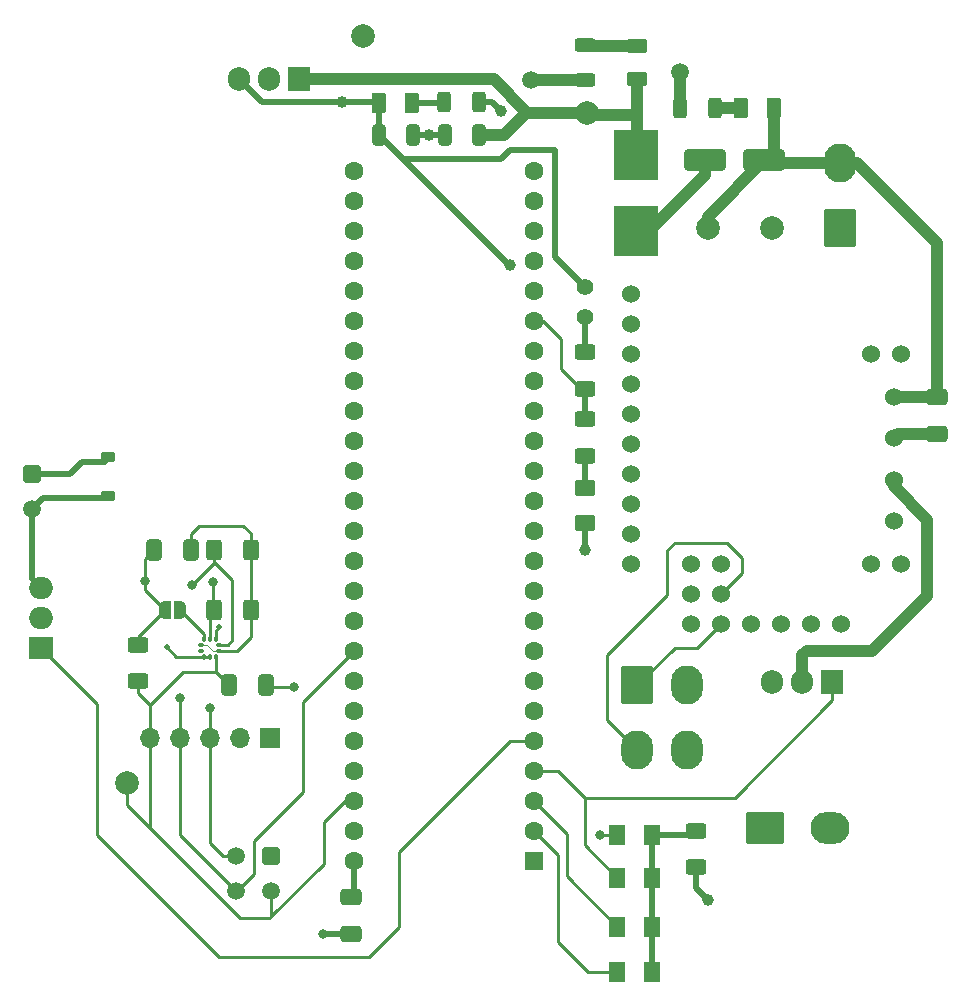
<source format=gbr>
%TF.GenerationSoftware,KiCad,Pcbnew,7.0.6*%
%TF.CreationDate,2024-03-14T18:06:26+11:00*%
%TF.ProjectId,Rocketry_Payload_Main_DDR_Spec_V2,526f636b-6574-4727-995f-5061796c6f61,rev?*%
%TF.SameCoordinates,Original*%
%TF.FileFunction,Copper,L1,Top*%
%TF.FilePolarity,Positive*%
%FSLAX46Y46*%
G04 Gerber Fmt 4.6, Leading zero omitted, Abs format (unit mm)*
G04 Created by KiCad (PCBNEW 7.0.6) date 2024-03-14 18:06:26*
%MOMM*%
%LPD*%
G01*
G04 APERTURE LIST*
G04 Aperture macros list*
%AMRoundRect*
0 Rectangle with rounded corners*
0 $1 Rounding radius*
0 $2 $3 $4 $5 $6 $7 $8 $9 X,Y pos of 4 corners*
0 Add a 4 corners polygon primitive as box body*
4,1,4,$2,$3,$4,$5,$6,$7,$8,$9,$2,$3,0*
0 Add four circle primitives for the rounded corners*
1,1,$1+$1,$2,$3*
1,1,$1+$1,$4,$5*
1,1,$1+$1,$6,$7*
1,1,$1+$1,$8,$9*
0 Add four rect primitives between the rounded corners*
20,1,$1+$1,$2,$3,$4,$5,0*
20,1,$1+$1,$4,$5,$6,$7,0*
20,1,$1+$1,$6,$7,$8,$9,0*
20,1,$1+$1,$8,$9,$2,$3,0*%
%AMFreePoly0*
4,1,19,0.500000,-0.750000,0.000000,-0.750000,0.000000,-0.744911,-0.071157,-0.744911,-0.207708,-0.704816,-0.327430,-0.627875,-0.420627,-0.520320,-0.479746,-0.390866,-0.500000,-0.250000,-0.500000,0.250000,-0.479746,0.390866,-0.420627,0.520320,-0.327430,0.627875,-0.207708,0.704816,-0.071157,0.744911,0.000000,0.744911,0.000000,0.750000,0.500000,0.750000,0.500000,-0.750000,0.500000,-0.750000,
$1*%
%AMFreePoly1*
4,1,19,0.000000,0.744911,0.071157,0.744911,0.207708,0.704816,0.327430,0.627875,0.420627,0.520320,0.479746,0.390866,0.500000,0.250000,0.500000,-0.250000,0.479746,-0.390866,0.420627,-0.520320,0.327430,-0.627875,0.207708,-0.704816,0.071157,-0.744911,0.000000,-0.744911,0.000000,-0.750000,-0.500000,-0.750000,-0.500000,0.750000,0.000000,0.750000,0.000000,0.744911,0.000000,0.744911,
$1*%
G04 Aperture macros list end*
%TA.AperFunction,SMDPad,CuDef*%
%ADD10RoundRect,0.225000X0.375000X-0.225000X0.375000X0.225000X-0.375000X0.225000X-0.375000X-0.225000X0*%
%TD*%
%TA.AperFunction,ComponentPad*%
%ADD11R,1.600000X1.600000*%
%TD*%
%TA.AperFunction,ComponentPad*%
%ADD12C,1.600000*%
%TD*%
%TA.AperFunction,SMDPad,CuDef*%
%ADD13RoundRect,0.250001X0.462499X0.624999X-0.462499X0.624999X-0.462499X-0.624999X0.462499X-0.624999X0*%
%TD*%
%TA.AperFunction,ComponentPad*%
%ADD14C,2.000000*%
%TD*%
%TA.AperFunction,SMDPad,CuDef*%
%ADD15RoundRect,0.250000X-0.325000X-0.650000X0.325000X-0.650000X0.325000X0.650000X-0.325000X0.650000X0*%
%TD*%
%TA.AperFunction,ComponentPad*%
%ADD16RoundRect,0.250001X-0.499999X-0.499999X0.499999X-0.499999X0.499999X0.499999X-0.499999X0.499999X0*%
%TD*%
%TA.AperFunction,ComponentPad*%
%ADD17C,1.500000*%
%TD*%
%TA.AperFunction,SMDPad,CuDef*%
%ADD18RoundRect,0.250000X0.312500X0.625000X-0.312500X0.625000X-0.312500X-0.625000X0.312500X-0.625000X0*%
%TD*%
%TA.AperFunction,SMDPad,CuDef*%
%ADD19RoundRect,0.250000X-0.412500X-0.650000X0.412500X-0.650000X0.412500X0.650000X-0.412500X0.650000X0*%
%TD*%
%TA.AperFunction,SMDPad,CuDef*%
%ADD20FreePoly0,180.000000*%
%TD*%
%TA.AperFunction,SMDPad,CuDef*%
%ADD21FreePoly1,180.000000*%
%TD*%
%TA.AperFunction,ComponentPad*%
%ADD22C,1.400000*%
%TD*%
%TA.AperFunction,ComponentPad*%
%ADD23RoundRect,0.250001X-1.099999X-1.399999X1.099999X-1.399999X1.099999X1.399999X-1.099999X1.399999X0*%
%TD*%
%TA.AperFunction,ComponentPad*%
%ADD24O,2.700000X3.300000*%
%TD*%
%TA.AperFunction,ComponentPad*%
%ADD25R,1.905000X2.000000*%
%TD*%
%TA.AperFunction,ComponentPad*%
%ADD26O,1.905000X2.000000*%
%TD*%
%TA.AperFunction,SMDPad,CuDef*%
%ADD27RoundRect,0.250000X-0.400000X-0.625000X0.400000X-0.625000X0.400000X0.625000X-0.400000X0.625000X0*%
%TD*%
%TA.AperFunction,SMDPad,CuDef*%
%ADD28RoundRect,0.250000X-0.312500X-0.625000X0.312500X-0.625000X0.312500X0.625000X-0.312500X0.625000X0*%
%TD*%
%TA.AperFunction,ComponentPad*%
%ADD29RoundRect,0.250001X-0.499999X0.499999X-0.499999X-0.499999X0.499999X-0.499999X0.499999X0.499999X0*%
%TD*%
%TA.AperFunction,SMDPad,CuDef*%
%ADD30RoundRect,0.250000X-0.625000X0.400000X-0.625000X-0.400000X0.625000X-0.400000X0.625000X0.400000X0*%
%TD*%
%TA.AperFunction,SMDPad,CuDef*%
%ADD31RoundRect,0.250000X0.375000X0.625000X-0.375000X0.625000X-0.375000X-0.625000X0.375000X-0.625000X0*%
%TD*%
%TA.AperFunction,SMDPad,CuDef*%
%ADD32RoundRect,0.250000X-0.625000X0.312500X-0.625000X-0.312500X0.625000X-0.312500X0.625000X0.312500X0*%
%TD*%
%TA.AperFunction,SMDPad,CuDef*%
%ADD33RoundRect,0.250000X-0.650000X0.412500X-0.650000X-0.412500X0.650000X-0.412500X0.650000X0.412500X0*%
%TD*%
%TA.AperFunction,ComponentPad*%
%ADD34RoundRect,0.250001X1.099999X1.399999X-1.099999X1.399999X-1.099999X-1.399999X1.099999X-1.399999X0*%
%TD*%
%TA.AperFunction,SMDPad,CuDef*%
%ADD35RoundRect,0.250000X0.625000X-0.400000X0.625000X0.400000X-0.625000X0.400000X-0.625000X-0.400000X0*%
%TD*%
%TA.AperFunction,SMDPad,CuDef*%
%ADD36RoundRect,0.250001X0.624999X-0.462499X0.624999X0.462499X-0.624999X0.462499X-0.624999X-0.462499X0*%
%TD*%
%TA.AperFunction,SMDPad,CuDef*%
%ADD37RoundRect,0.250000X0.325000X0.650000X-0.325000X0.650000X-0.325000X-0.650000X0.325000X-0.650000X0*%
%TD*%
%TA.AperFunction,SMDPad,CuDef*%
%ADD38RoundRect,0.087500X0.125000X0.087500X-0.125000X0.087500X-0.125000X-0.087500X0.125000X-0.087500X0*%
%TD*%
%TA.AperFunction,SMDPad,CuDef*%
%ADD39RoundRect,0.087500X0.087500X0.125000X-0.087500X0.125000X-0.087500X-0.125000X0.087500X-0.125000X0*%
%TD*%
%TA.AperFunction,ComponentPad*%
%ADD40RoundRect,0.250001X1.399999X-1.099999X1.399999X1.099999X-1.399999X1.099999X-1.399999X-1.099999X0*%
%TD*%
%TA.AperFunction,ComponentPad*%
%ADD41O,3.300000X2.700000*%
%TD*%
%TA.AperFunction,SMDPad,CuDef*%
%ADD42RoundRect,0.250000X-1.500000X-0.650000X1.500000X-0.650000X1.500000X0.650000X-1.500000X0.650000X0*%
%TD*%
%TA.AperFunction,ComponentPad*%
%ADD43R,1.700000X1.700000*%
%TD*%
%TA.AperFunction,ComponentPad*%
%ADD44O,1.700000X1.700000*%
%TD*%
%TA.AperFunction,SMDPad,CuDef*%
%ADD45RoundRect,0.250000X-0.625000X0.375000X-0.625000X-0.375000X0.625000X-0.375000X0.625000X0.375000X0*%
%TD*%
%TA.AperFunction,ComponentPad*%
%ADD46C,1.524000*%
%TD*%
%TA.AperFunction,SMDPad,CuDef*%
%ADD47RoundRect,0.250000X-0.375000X-0.625000X0.375000X-0.625000X0.375000X0.625000X-0.375000X0.625000X0*%
%TD*%
%TA.AperFunction,SMDPad,CuDef*%
%ADD48R,3.810000X4.240000*%
%TD*%
%TA.AperFunction,ComponentPad*%
%ADD49R,2.000000X1.905000*%
%TD*%
%TA.AperFunction,ComponentPad*%
%ADD50O,2.000000X1.905000*%
%TD*%
%TA.AperFunction,ViaPad*%
%ADD51C,1.000000*%
%TD*%
%TA.AperFunction,ViaPad*%
%ADD52C,0.500000*%
%TD*%
%TA.AperFunction,ViaPad*%
%ADD53C,0.800000*%
%TD*%
%TA.AperFunction,ViaPad*%
%ADD54C,1.500000*%
%TD*%
%TA.AperFunction,Conductor*%
%ADD55C,0.250000*%
%TD*%
%TA.AperFunction,Conductor*%
%ADD56C,1.000000*%
%TD*%
%TA.AperFunction,Conductor*%
%ADD57C,0.500000*%
%TD*%
%TA.AperFunction,Conductor*%
%ADD58C,0.100000*%
%TD*%
G04 APERTURE END LIST*
D10*
%TO.P,D5,1,K*%
%TO.N,Net-(D5-K)*%
X117094000Y-92582000D03*
%TO.P,D5,2,A*%
%TO.N,GND*%
X117094000Y-89282000D03*
%TD*%
D11*
%TO.P,U2,1,GND*%
%TO.N,GND*%
X153162000Y-123444000D03*
D12*
%TO.P,U2,2,0_RX1_CRX2_CS1*%
%TO.N,/0*%
X153162000Y-120904000D03*
%TO.P,U2,3,1_TX1_CTX2_MISO1*%
%TO.N,/1*%
X153162000Y-118364000D03*
%TO.P,U2,4,2_OUT2*%
%TO.N,/2*%
X153162000Y-115824000D03*
%TO.P,U2,5,3_LRCLK2*%
%TO.N,/3*%
X153162000Y-113284000D03*
%TO.P,U2,6,4_BCLK2*%
%TO.N,unconnected-(U2-4_BCLK2-Pad6)*%
X153162000Y-110744000D03*
%TO.P,U2,7,5_IN2*%
%TO.N,unconnected-(U2-5_IN2-Pad7)*%
X153162000Y-108204000D03*
%TO.P,U2,8,6_OUT1D*%
%TO.N,unconnected-(U2-6_OUT1D-Pad8)*%
X153162000Y-105664000D03*
%TO.P,U2,9,7_RX2_OUT1A*%
%TO.N,unconnected-(U2-7_RX2_OUT1A-Pad9)*%
X153162000Y-103124000D03*
%TO.P,U2,10,8_TX2_IN1*%
%TO.N,unconnected-(U2-8_TX2_IN1-Pad10)*%
X153162000Y-100584000D03*
%TO.P,U2,11,9_OUT1C*%
%TO.N,unconnected-(U2-9_OUT1C-Pad11)*%
X153162000Y-98044000D03*
%TO.P,U2,12,10_CS_MQSR*%
%TO.N,unconnected-(U2-10_CS_MQSR-Pad12)*%
X153162000Y-95504000D03*
%TO.P,U2,13,11_MOSI_CTX1*%
%TO.N,unconnected-(U2-11_MOSI_CTX1-Pad13)*%
X153162000Y-92964000D03*
%TO.P,U2,14,12_MISO_MQSL*%
%TO.N,unconnected-(U2-12_MISO_MQSL-Pad14)*%
X153162000Y-90424000D03*
%TO.P,U2,15,3V3*%
%TO.N,unconnected-(U2-3V3-Pad15)*%
X153162000Y-87884000D03*
%TO.P,U2,16,24_A10_TX6_SCL2*%
%TO.N,/SCL2*%
X153162000Y-85344000D03*
%TO.P,U2,17,25_A11_RX6_SDA2*%
%TO.N,/SDA2*%
X153162000Y-82804000D03*
%TO.P,U2,18,26_A12_MOSI1*%
%TO.N,unconnected-(U2-26_A12_MOSI1-Pad18)*%
X153162000Y-80264000D03*
%TO.P,U2,19,27_A13_SCK1*%
%TO.N,/Test_Pin*%
X153162000Y-77724000D03*
%TO.P,U2,20,28_RX7*%
%TO.N,unconnected-(U2-28_RX7-Pad20)*%
X153162000Y-75184000D03*
%TO.P,U2,21,29_TX7*%
%TO.N,unconnected-(U2-29_TX7-Pad21)*%
X153162000Y-72644000D03*
%TO.P,U2,22,30_CRX3*%
%TO.N,unconnected-(U2-30_CRX3-Pad22)*%
X153162000Y-70104000D03*
%TO.P,U2,23,31_CTX3*%
%TO.N,unconnected-(U2-31_CTX3-Pad23)*%
X153162000Y-67564000D03*
%TO.P,U2,24,32_OUT1B*%
%TO.N,unconnected-(U2-32_OUT1B-Pad24)*%
X153162000Y-65024000D03*
%TO.P,U2,25,33_MCLK2*%
%TO.N,unconnected-(U2-33_MCLK2-Pad25)*%
X137922000Y-65024000D03*
%TO.P,U2,26,34_RX8*%
%TO.N,unconnected-(U2-34_RX8-Pad26)*%
X137922000Y-67564000D03*
%TO.P,U2,27,35_TX8*%
%TO.N,unconnected-(U2-35_TX8-Pad27)*%
X137922000Y-70104000D03*
%TO.P,U2,28,36_CS*%
%TO.N,unconnected-(U2-36_CS-Pad28)*%
X137922000Y-72644000D03*
%TO.P,U2,29,37_CS*%
%TO.N,unconnected-(U2-37_CS-Pad29)*%
X137922000Y-75184000D03*
%TO.P,U2,30,38_CS1_IN1*%
%TO.N,unconnected-(U2-38_CS1_IN1-Pad30)*%
X137922000Y-77724000D03*
%TO.P,U2,31,39_MISO1_OUT1A*%
%TO.N,unconnected-(U2-39_MISO1_OUT1A-Pad31)*%
X137922000Y-80264000D03*
%TO.P,U2,32,40_A16*%
%TO.N,unconnected-(U2-40_A16-Pad32)*%
X137922000Y-82804000D03*
%TO.P,U2,33,41_A17*%
%TO.N,unconnected-(U2-41_A17-Pad33)*%
X137922000Y-85344000D03*
%TO.P,U2,34,GND*%
%TO.N,GND*%
X137922000Y-87884000D03*
%TO.P,U2,35,13_SCK_LED*%
%TO.N,unconnected-(U2-13_SCK_LED-Pad35)*%
X137922000Y-90424000D03*
%TO.P,U2,36,14_A0_TX3_SPDIF_OUT*%
%TO.N,unconnected-(U2-14_A0_TX3_SPDIF_OUT-Pad36)*%
X137922000Y-92964000D03*
%TO.P,U2,37,15_A1_RX3_SPDIF_IN*%
%TO.N,unconnected-(U2-15_A1_RX3_SPDIF_IN-Pad37)*%
X137922000Y-95504000D03*
%TO.P,U2,38,16_A2_RX4_SCL1*%
%TO.N,unconnected-(U2-16_A2_RX4_SCL1-Pad38)*%
X137922000Y-98044000D03*
%TO.P,U2,39,17_A3_TX4_SDA1*%
%TO.N,unconnected-(U2-17_A3_TX4_SDA1-Pad39)*%
X137922000Y-100584000D03*
%TO.P,U2,40,18_A4_SDA*%
%TO.N,/SDI{slash}SDA*%
X137922000Y-103124000D03*
%TO.P,U2,41,19_A5_SCL*%
%TO.N,/SCK{slash}SCL*%
X137922000Y-105664000D03*
%TO.P,U2,42,20_A6_TX5_LRCLK1*%
%TO.N,unconnected-(U2-20_A6_TX5_LRCLK1-Pad42)*%
X137922000Y-108204000D03*
%TO.P,U2,43,21_A7_RX5_BCLK1*%
%TO.N,unconnected-(U2-21_A7_RX5_BCLK1-Pad43)*%
X137922000Y-110744000D03*
%TO.P,U2,44,22_A8_CTX1*%
%TO.N,unconnected-(U2-22_A8_CTX1-Pad44)*%
X137922000Y-113284000D03*
%TO.P,U2,45,23_A9_CRX1_MCLK1*%
%TO.N,unconnected-(U2-23_A9_CRX1_MCLK1-Pad45)*%
X137922000Y-115824000D03*
%TO.P,U2,46,3V3*%
%TO.N,/3.3V*%
X137922000Y-118364000D03*
%TO.P,U2,47,GND*%
%TO.N,GND*%
X137922000Y-120904000D03*
%TO.P,U2,48,VIN*%
%TO.N,5V*%
X137922000Y-123444000D03*
%TD*%
D13*
%TO.P,D1,1,K*%
%TO.N,Net-(D1-K)*%
X163195000Y-132842000D03*
%TO.P,D1,2,A*%
%TO.N,/0*%
X160220000Y-132842000D03*
%TD*%
D14*
%TO.P,TP4,1,1*%
%TO.N,12V_RAW*%
X167894000Y-69850000D03*
%TD*%
%TO.P,TP3,1,1*%
%TO.N,GND*%
X173355000Y-69850000D03*
%TD*%
D15*
%TO.P,C5,1*%
%TO.N,5V*%
X140003000Y-61976000D03*
%TO.P,C5,2*%
%TO.N,GND*%
X142953000Y-61976000D03*
%TD*%
D14*
%TO.P,TP6,1,1*%
%TO.N,5V*%
X138684000Y-53594000D03*
%TD*%
D16*
%TO.P,J1,1,Pin_1*%
%TO.N,GND*%
X110665000Y-90675000D03*
D17*
%TO.P,J1,2,Pin_2*%
%TO.N,Net-(D5-K)*%
X110665000Y-93675000D03*
%TD*%
D18*
%TO.P,R6,1*%
%TO.N,Net-(D7-K)*%
X168467500Y-59690000D03*
%TO.P,R6,2*%
%TO.N,GND*%
X165542500Y-59690000D03*
%TD*%
D13*
%TO.P,D2,1,K*%
%TO.N,Net-(D1-K)*%
X163195000Y-129032000D03*
%TO.P,D2,2,A*%
%TO.N,/1*%
X160220000Y-129032000D03*
%TD*%
D19*
%TO.P,C2,1*%
%TO.N,GND*%
X120992500Y-97104500D03*
%TO.P,C2,2*%
%TO.N,/VDDIO*%
X124117500Y-97104500D03*
%TD*%
D20*
%TO.P,SJ1,1,1*%
%TO.N,Net-(IC1-SDO)*%
X123190000Y-102235000D03*
D21*
%TO.P,SJ1,2,2*%
%TO.N,GND*%
X121890000Y-102235000D03*
%TD*%
D22*
%TO.P,SJ2,1,1*%
%TO.N,Net-(R4-Pad1)*%
X157480000Y-77450000D03*
%TO.P,SJ2,2,2*%
%TO.N,5V*%
X157480000Y-74910000D03*
%TD*%
D23*
%TO.P,J2,1,1*%
%TO.N,Net-(U5-POT)*%
X161925000Y-108585000D03*
D24*
%TO.P,J2,2,2*%
%TO.N,Net-(U5-FBA)*%
X166125000Y-108585000D03*
%TO.P,J2,3,3*%
%TO.N,Net-(U5-AUX)*%
X161925000Y-114085000D03*
%TO.P,J2,4,4*%
%TO.N,unconnected-(J2-Pad4)*%
X166125000Y-114085000D03*
%TD*%
D25*
%TO.P,U7,1,VI*%
%TO.N,12V_PROT*%
X133273800Y-57271800D03*
D26*
%TO.P,U7,2,GND*%
%TO.N,GND*%
X130733800Y-57271800D03*
%TO.P,U7,3,VO*%
%TO.N,5V*%
X128193800Y-57271800D03*
%TD*%
D19*
%TO.P,C1,1*%
%TO.N,/3.3V*%
X127342500Y-108585000D03*
%TO.P,C1,2*%
%TO.N,GND*%
X130467500Y-108585000D03*
%TD*%
D27*
%TO.P,R2,1*%
%TO.N,/SDI{slash}SDA*%
X126085000Y-102235000D03*
%TO.P,R2,2*%
%TO.N,/VDDIO*%
X129185000Y-102235000D03*
%TD*%
D28*
%TO.P,R8,2*%
%TO.N,GND*%
X148503100Y-59182000D03*
%TO.P,R8,1*%
%TO.N,Net-(D10-K)*%
X145578100Y-59182000D03*
%TD*%
D29*
%TO.P,U4,1,GND*%
%TO.N,GND*%
X130940000Y-123015000D03*
D17*
%TO.P,U4,2,Vin_2-6V*%
%TO.N,/3.3V*%
X130940000Y-126015000D03*
%TO.P,U4,3,SCL*%
%TO.N,/SDI{slash}SDA*%
X127940000Y-123015000D03*
%TO.P,U4,4,SDA*%
%TO.N,/SCK{slash}SCL*%
X127940000Y-126015000D03*
%TD*%
D30*
%TO.P,R5,1*%
%TO.N,/Test_Pin*%
X157480000Y-86080000D03*
%TO.P,R5,2*%
%TO.N,Net-(D6-A)*%
X157480000Y-89180000D03*
%TD*%
D31*
%TO.P,D10,1,K*%
%TO.N,Net-(D10-K)*%
X142827200Y-59283600D03*
%TO.P,D10,2,A*%
%TO.N,5V*%
X140027200Y-59283600D03*
%TD*%
D32*
%TO.P,R7,1*%
%TO.N,Net-(D9-K)*%
X157480000Y-54417500D03*
%TO.P,R7,2*%
%TO.N,GND*%
X157480000Y-57342500D03*
%TD*%
D33*
%TO.P,C3,2*%
%TO.N,GND*%
X137668000Y-129617000D03*
%TO.P,C3,1*%
%TO.N,5V*%
X137668000Y-126492000D03*
%TD*%
D27*
%TO.P,R3,1*%
%TO.N,/SCK{slash}SCL*%
X126085000Y-97104500D03*
%TO.P,R3,2*%
%TO.N,/VDDIO*%
X129185000Y-97104500D03*
%TD*%
D30*
%TO.P,R4,1*%
%TO.N,Net-(R4-Pad1)*%
X157480000Y-80365000D03*
%TO.P,R4,2*%
%TO.N,/Test_Pin*%
X157480000Y-83465000D03*
%TD*%
D34*
%TO.P,COMMISIONING_PWR1,1,Pin_1*%
%TO.N,GND*%
X179070000Y-69850000D03*
D24*
%TO.P,COMMISIONING_PWR1,2,Pin_2*%
%TO.N,12V_RAW*%
X179070000Y-64350000D03*
%TD*%
D25*
%TO.P,U8,1,Gate*%
%TO.N,/2*%
X178435000Y-108275000D03*
D26*
%TO.P,U8,2,Source*%
%TO.N,Net-(U5-OUTA)*%
X175895000Y-108275000D03*
%TO.P,U8,3,Drain*%
%TO.N,Net-(J3-Pin_1)*%
X173355000Y-108275000D03*
%TD*%
D35*
%TO.P,R9,1*%
%TO.N,/3.3V*%
X119634000Y-108256000D03*
%TO.P,R9,2*%
%TO.N,GND*%
X119634000Y-105156000D03*
%TD*%
D36*
%TO.P,D6,1,K*%
%TO.N,GND*%
X157480000Y-94832500D03*
%TO.P,D6,2,A*%
%TO.N,Net-(D6-A)*%
X157480000Y-91857500D03*
%TD*%
D37*
%TO.P,C4,1*%
%TO.N,12V_PROT*%
X148541000Y-61976000D03*
%TO.P,C4,2*%
%TO.N,GND*%
X145591000Y-61976000D03*
%TD*%
D13*
%TO.P,D3,1,K*%
%TO.N,Net-(D1-K)*%
X163195000Y-124880000D03*
%TO.P,D3,2,A*%
%TO.N,/2*%
X160220000Y-124880000D03*
%TD*%
D38*
%TO.P,IC1,1,VDDIO*%
%TO.N,/VDDIO*%
X126492500Y-105660000D03*
%TO.P,IC1,2,SCK*%
%TO.N,/SCK{slash}SCL*%
X126492500Y-105160000D03*
D39*
%TO.P,IC1,3,Vss*%
%TO.N,GND*%
X126230000Y-104647500D03*
%TO.P,IC1,4,SDI*%
%TO.N,/SDI{slash}SDA*%
X125730000Y-104647500D03*
%TO.P,IC1,5,SDO*%
%TO.N,Net-(IC1-SDO)*%
X125230000Y-104647500D03*
D38*
%TO.P,IC1,6,CSB*%
%TO.N,/VDDIO*%
X124967500Y-105160000D03*
%TO.P,IC1,7,INT*%
%TO.N,unconnected-(IC1-INT-Pad7)*%
X124967500Y-105660000D03*
D39*
%TO.P,IC1,8,Vss*%
%TO.N,GND*%
X125230000Y-106172500D03*
%TO.P,IC1,9,Vss*%
X125730000Y-106172500D03*
%TO.P,IC1,10,VDD*%
%TO.N,/3.3V*%
X126230000Y-106172500D03*
%TD*%
D40*
%TO.P,J3,1,Pin_1*%
%TO.N,Net-(J3-Pin_1)*%
X172720000Y-120650000D03*
D41*
%TO.P,J3,2,Pin_2*%
%TO.N,Net-(J3-Pin_2)*%
X178220000Y-120650000D03*
%TD*%
D42*
%TO.P,D8,1,K*%
%TO.N,Net-(D8-K)*%
X167680000Y-64135000D03*
%TO.P,D8,2,A*%
%TO.N,12V_RAW*%
X172680000Y-64135000D03*
%TD*%
D30*
%TO.P,R1,1*%
%TO.N,Net-(D1-K)*%
X166878000Y-120904000D03*
%TO.P,R1,2*%
%TO.N,GND*%
X166878000Y-124004000D03*
%TD*%
D14*
%TO.P,TP5,1,1*%
%TO.N,12V_PROT*%
X157632400Y-60096400D03*
%TD*%
D13*
%TO.P,D4,1,K*%
%TO.N,Net-(D1-K)*%
X163195000Y-121285000D03*
%TO.P,D4,2,A*%
%TO.N,/3*%
X160220000Y-121285000D03*
%TD*%
D33*
%TO.P,C6,1*%
%TO.N,12V_RAW*%
X187325000Y-84187900D03*
%TO.P,C6,2*%
%TO.N,GND*%
X187325000Y-87312900D03*
%TD*%
D43*
%TO.P,U6,1,GND*%
%TO.N,GND*%
X130810000Y-113030000D03*
D44*
%TO.P,U6,2,Cross*%
%TO.N,unconnected-(U6-Cross-Pad2)*%
X128270000Y-113030000D03*
%TO.P,U6,3,SCL*%
%TO.N,/SDI{slash}SDA*%
X125730000Y-113030000D03*
%TO.P,U6,4,SDA*%
%TO.N,/SCK{slash}SCL*%
X123190000Y-113030000D03*
%TO.P,U6,5,Vin_2-6V*%
%TO.N,/3.3V*%
X120650000Y-113030000D03*
%TD*%
D14*
%TO.P,TP2,1,1*%
%TO.N,/3.3V*%
X118745000Y-116840000D03*
%TD*%
D45*
%TO.P,D9,1,K*%
%TO.N,Net-(D9-K)*%
X161925000Y-54480000D03*
%TO.P,D9,2,A*%
%TO.N,12V_PROT*%
X161925000Y-57280000D03*
%TD*%
D46*
%TO.P,U5,1,ERR*%
%TO.N,unconnected-(U5-ERR-Pad1)*%
X161370000Y-75465000D03*
%TO.P,U5,2,RST*%
%TO.N,unconnected-(U5-RST-Pad2)*%
X161390000Y-78005000D03*
%TO.P,U5,3,SCL*%
%TO.N,/SDA2*%
X161390000Y-80545000D03*
%TO.P,U5,4,SDA/AN*%
%TO.N,/SCL2*%
X161390000Y-83085000D03*
%TO.P,U5,5,GND*%
%TO.N,GND*%
X161390000Y-85625000D03*
%TO.P,U5,6,TX*%
%TO.N,unconnected-(U5-TX-Pad6)*%
X161390000Y-88165000D03*
%TO.P,U5,7,RX*%
%TO.N,unconnected-(U5-RX-Pad7)*%
X161390000Y-90705000D03*
%TO.P,U5,8,RC*%
%TO.N,unconnected-(U5-RC-Pad8)*%
X161390000Y-93245000D03*
%TO.P,U5,9,5V*%
%TO.N,unconnected-(U5-5V-Pad9)*%
X161390000Y-95785000D03*
%TO.P,U5,10,GND*%
%TO.N,GND*%
X161390000Y-98325000D03*
%TO.P,U5,11,GND*%
%TO.N,unconnected-(U5-GND-Pad11)*%
X166470000Y-103405000D03*
%TO.P,U5,12,POT*%
%TO.N,Net-(U5-POT)*%
X169010000Y-103405000D03*
%TO.P,U5,13,GND_DNU*%
%TO.N,unconnected-(U5-GND_DNU-Pad13)*%
X171550000Y-103405000D03*
%TO.P,U5,14,VM_DNU*%
%TO.N,unconnected-(U5-VM_DNU-Pad14)*%
X174090000Y-103405000D03*
%TO.P,U5,15,GND_DNU*%
%TO.N,unconnected-(U5-GND_DNU-Pad15)*%
X176630000Y-103405000D03*
%TO.P,U5,16*%
%TO.N,N/C*%
X179170000Y-103405000D03*
%TO.P,U5,17,5V*%
%TO.N,unconnected-(U5-5V-Pad17)*%
X166470000Y-100865000D03*
%TO.P,U5,18,AUX*%
%TO.N,Net-(U5-AUX)*%
X169010000Y-100865000D03*
%TO.P,U5,19,FBT*%
%TO.N,unconnected-(U5-FBT-Pad19)*%
X166470000Y-98325000D03*
%TO.P,U5,20,FBA*%
%TO.N,Net-(U5-FBA)*%
X169010000Y-98325000D03*
%TO.P,U5,21*%
%TO.N,N/C*%
X184250000Y-98325000D03*
%TO.P,U5,22*%
X181710000Y-98325000D03*
%TO.P,U5,23*%
X184250000Y-80545000D03*
%TO.P,U5,24*%
X181710000Y-80545000D03*
%TO.P,U5,25,VIN*%
%TO.N,12V_RAW*%
X183615000Y-84177200D03*
%TO.P,U5,26,GND*%
%TO.N,GND*%
X183615000Y-87682400D03*
%TO.P,U5,27,OUTA*%
%TO.N,Net-(U5-OUTA)*%
X183615000Y-91213000D03*
%TO.P,U5,28,OUTB*%
%TO.N,Net-(J3-Pin_2)*%
X183615000Y-94692800D03*
%TD*%
D47*
%TO.P,D7,1,K*%
%TO.N,Net-(D7-K)*%
X170685000Y-59690000D03*
%TO.P,D7,2,A*%
%TO.N,12V_RAW*%
X173485000Y-59690000D03*
%TD*%
D48*
%TO.P,F1,1*%
%TO.N,Net-(D8-K)*%
X161772600Y-70098600D03*
%TO.P,F1,2*%
%TO.N,12V_PROT*%
X161772600Y-63728600D03*
%TD*%
D49*
%TO.P,U1,1,Gate*%
%TO.N,/3*%
X111435000Y-105410000D03*
D50*
%TO.P,U1,2,Source*%
%TO.N,5V*%
X111435000Y-102870000D03*
%TO.P,U1,3,Drain*%
%TO.N,Net-(D5-K)*%
X111435000Y-100330000D03*
%TD*%
D51*
%TO.N,GND*%
X157480000Y-97155000D03*
D52*
X122072400Y-105359200D03*
X126517400Y-103682800D03*
D53*
X120218200Y-99796600D03*
D51*
X150368000Y-59944000D03*
X144272000Y-61976000D03*
X167894000Y-126746000D03*
D53*
X135305000Y-129617000D03*
X132842000Y-108712000D03*
D54*
X165542500Y-56707500D03*
X152882600Y-57327800D03*
D51*
%TO.N,5V*%
X136906000Y-59182000D03*
X151130000Y-73025000D03*
D53*
%TO.N,/3*%
X158750000Y-121285000D03*
%TO.N,/SCK{slash}SCL*%
X124206000Y-100076000D03*
X123190000Y-109677200D03*
%TO.N,/SDI{slash}SDA*%
X125730000Y-110490000D03*
X125984000Y-99822000D03*
%TD*%
D55*
%TO.N,GND*%
X122072400Y-105359200D02*
X122885700Y-106172500D01*
X122885700Y-106172500D02*
X125730000Y-106172500D01*
%TO.N,/SCK{slash}SCL*%
X123190000Y-113030000D02*
X123190000Y-109677200D01*
X126085000Y-98197000D02*
X126085000Y-97104500D01*
X124206000Y-100076000D02*
X126085000Y-98197000D01*
D56*
%TO.N,GND*%
X165542500Y-56707500D02*
X165542500Y-59690000D01*
%TO.N,Net-(U5-OUTA)*%
X183615000Y-91743200D02*
X183615000Y-91213000D01*
X186436000Y-94564200D02*
X183615000Y-91743200D01*
X186436000Y-101015800D02*
X186436000Y-94564200D01*
X176250600Y-105664000D02*
X181787800Y-105664000D01*
X175895000Y-108275000D02*
X175895000Y-106019600D01*
X175895000Y-106019600D02*
X176250600Y-105664000D01*
X181787800Y-105664000D02*
X186436000Y-101015800D01*
D55*
%TO.N,/SCK{slash}SCL*%
X133604000Y-109982000D02*
X137922000Y-105664000D01*
X133604000Y-117602000D02*
X133604000Y-109982000D01*
X129438400Y-124561600D02*
X129438400Y-121767600D01*
X127985000Y-126015000D02*
X129438400Y-124561600D01*
X129438400Y-121767600D02*
X133604000Y-117602000D01*
%TO.N,GND*%
X110668000Y-90678000D02*
X110665000Y-90675000D01*
D57*
X113842800Y-90678000D02*
X110668000Y-90678000D01*
X114858800Y-89662000D02*
X113842800Y-90678000D01*
X116876500Y-89662000D02*
X114858800Y-89662000D01*
D55*
%TO.N,/3*%
X151130000Y-113284000D02*
X153162000Y-113284000D01*
X139192000Y-131572000D02*
X141732000Y-129032000D01*
X141732000Y-129032000D02*
X141732000Y-122682000D01*
X141732000Y-122682000D02*
X151130000Y-113284000D01*
X126492000Y-131572000D02*
X139192000Y-131572000D01*
X116205000Y-121285000D02*
X126492000Y-131572000D01*
X111435000Y-105410000D02*
X116205000Y-110180000D01*
X116205000Y-110180000D02*
X116205000Y-121285000D01*
D57*
%TO.N,GND*%
X137668000Y-129617000D02*
X135305000Y-129617000D01*
%TO.N,5V*%
X137922000Y-126238000D02*
X137668000Y-126492000D01*
X137922000Y-123444000D02*
X137922000Y-126238000D01*
D56*
%TO.N,12V_RAW*%
X167894000Y-68921000D02*
X172680000Y-64135000D01*
X167894000Y-69850000D02*
X167894000Y-68921000D01*
D57*
%TO.N,5V*%
X142035000Y-64008000D02*
X141756500Y-63729500D01*
X151130000Y-63246000D02*
X150368000Y-64008000D01*
X150368000Y-64008000D02*
X142035000Y-64008000D01*
X141756500Y-63729500D02*
X140003000Y-61976000D01*
X151052000Y-73025000D02*
X141756500Y-63729500D01*
X154940000Y-72370000D02*
X157480000Y-74910000D01*
X154940000Y-63246000D02*
X154940000Y-72370000D01*
X151130000Y-63246000D02*
X154940000Y-63246000D01*
D55*
%TO.N,/3.3V*%
X120650000Y-110236000D02*
X123436000Y-107450000D01*
X130940000Y-128140000D02*
X130810000Y-128270000D01*
X126230000Y-107472500D02*
X127342500Y-108585000D01*
X120650000Y-114935000D02*
X120650000Y-113030000D01*
X135382000Y-120142000D02*
X137160000Y-118364000D01*
X119634000Y-109220000D02*
X120650000Y-110236000D01*
X130940000Y-128140000D02*
X135382000Y-123698000D01*
X123436000Y-107450000D02*
X126230000Y-107450000D01*
X130810000Y-128270000D02*
X128270000Y-128270000D01*
X120645000Y-120645000D02*
X120645000Y-114940000D01*
X126230000Y-107450000D02*
X126230000Y-107472500D01*
X130940000Y-126015000D02*
X130940000Y-128140000D01*
X128270000Y-128270000D02*
X120645000Y-120645000D01*
X120650000Y-113030000D02*
X120650000Y-110236000D01*
X119634000Y-108256000D02*
X119634000Y-109220000D01*
X120645000Y-114940000D02*
X120650000Y-114935000D01*
X137160000Y-118364000D02*
X137922000Y-118364000D01*
X118745000Y-116840000D02*
X118745000Y-118745000D01*
X135382000Y-123698000D02*
X135382000Y-120142000D01*
X120645000Y-120645000D02*
X118745000Y-118745000D01*
X126230000Y-107450000D02*
X126230000Y-106172500D01*
D57*
%TO.N,GND*%
X149606000Y-59182000D02*
X150368000Y-59944000D01*
X166878000Y-124004000D02*
X166878000Y-125730000D01*
D55*
X120218200Y-99796600D02*
X120218200Y-97878800D01*
X126230000Y-103970200D02*
X126230000Y-104647500D01*
X119634000Y-104491000D02*
X119634000Y-105156000D01*
D57*
X142953000Y-61976000D02*
X144272000Y-61976000D01*
D56*
X152897300Y-57342500D02*
X152882600Y-57327800D01*
D57*
X166878000Y-125730000D02*
X167894000Y-126746000D01*
X157480000Y-94832500D02*
X157480000Y-97155000D01*
D56*
X187325000Y-87287500D02*
X184009900Y-87287500D01*
D55*
X121890000Y-102235000D02*
X120218200Y-100563200D01*
D56*
X157480000Y-57342500D02*
X152897300Y-57342500D01*
D55*
X120218200Y-97878800D02*
X120992500Y-97104500D01*
X126517400Y-103682800D02*
X126230000Y-103970200D01*
X132842000Y-108712000D02*
X130594500Y-108712000D01*
D57*
X148503100Y-59182000D02*
X149606000Y-59182000D01*
D55*
X120218200Y-100563200D02*
X120218200Y-99796600D01*
X121890000Y-102235000D02*
X119634000Y-104491000D01*
D57*
X144272000Y-61976000D02*
X145591000Y-61976000D01*
D58*
%TO.N,/VDDIO*%
X125480000Y-105160000D02*
X125980000Y-105660000D01*
D55*
X126492500Y-105660000D02*
X128020000Y-105660000D01*
X124841000Y-95072500D02*
X128524000Y-95072500D01*
X128524000Y-95072500D02*
X129185000Y-95733500D01*
X129185000Y-95733500D02*
X129185000Y-97104500D01*
X128020000Y-105660000D02*
X129185000Y-104495000D01*
X124117500Y-95796000D02*
X124841000Y-95072500D01*
D58*
X125980000Y-105660000D02*
X126492500Y-105660000D01*
D55*
X124117500Y-97104500D02*
X124117500Y-95796000D01*
X129185000Y-104495000D02*
X129185000Y-102235000D01*
X129185000Y-102235000D02*
X129185000Y-97104500D01*
D58*
X124967500Y-105160000D02*
X125480000Y-105160000D01*
D57*
%TO.N,5V*%
X151130000Y-73025000D02*
X151052000Y-73025000D01*
X128193800Y-57271800D02*
X130104000Y-59182000D01*
X136906000Y-59182000D02*
X139925600Y-59182000D01*
X130104000Y-59182000D02*
X136906000Y-59182000D01*
X140027200Y-59283600D02*
X140027200Y-61951800D01*
D56*
%TO.N,12V_PROT*%
X150622000Y-61976000D02*
X148541000Y-61976000D01*
X152583000Y-60096400D02*
X152501600Y-60096400D01*
X157632400Y-60096400D02*
X152583000Y-60096400D01*
X161925000Y-60325000D02*
X161925000Y-57280000D01*
X161925000Y-60325000D02*
X157861000Y-60325000D01*
X149758400Y-57271800D02*
X133273800Y-57271800D01*
X152501600Y-60096400D02*
X150622000Y-61976000D01*
X161925000Y-64760000D02*
X161925000Y-60325000D01*
X152583000Y-60096400D02*
X149758400Y-57271800D01*
%TO.N,12V_RAW*%
X180555000Y-64350000D02*
X187325000Y-71120000D01*
D55*
X173485000Y-63330000D02*
X172680000Y-64135000D01*
D56*
X183615000Y-84177200D02*
X187310300Y-84177200D01*
X173485000Y-59690000D02*
X173485000Y-63330000D01*
X179070000Y-64350000D02*
X172895000Y-64350000D01*
X179070000Y-64350000D02*
X180555000Y-64350000D01*
X187325000Y-71120000D02*
X187325000Y-84162500D01*
D57*
%TO.N,Net-(D1-K)*%
X163195000Y-129452000D02*
X163195000Y-132842000D01*
X163195000Y-124880000D02*
X163195000Y-129452000D01*
X163195000Y-124880000D02*
X163195000Y-121490000D01*
X163195000Y-121285000D02*
X166497000Y-121285000D01*
D55*
%TO.N,/0*%
X155194000Y-122936000D02*
X155194000Y-130302000D01*
X160220000Y-132842000D02*
X157734000Y-132842000D01*
X155194000Y-130302000D02*
X157734000Y-132842000D01*
X153162000Y-120904000D02*
X155194000Y-122936000D01*
%TO.N,/1*%
X155956000Y-121158000D02*
X155956000Y-124768000D01*
X153162000Y-118364000D02*
X155956000Y-121158000D01*
X155956000Y-124768000D02*
X160220000Y-129032000D01*
%TO.N,/2*%
X178435000Y-109855000D02*
X178435000Y-108275000D01*
X157480000Y-118110000D02*
X155194000Y-115824000D01*
X160220000Y-124880000D02*
X157480000Y-122140000D01*
X155194000Y-115824000D02*
X153162000Y-115824000D01*
X170180000Y-118110000D02*
X178435000Y-109855000D01*
X157480000Y-118110000D02*
X170180000Y-118110000D01*
X157480000Y-122140000D02*
X157480000Y-118110000D01*
%TO.N,/3*%
X158750000Y-121285000D02*
X160015000Y-121285000D01*
D57*
%TO.N,Net-(D5-K)*%
X111630000Y-92710000D02*
X110665000Y-93675000D01*
X110665000Y-99560000D02*
X110665000Y-93675000D01*
X116803500Y-92710000D02*
X111630000Y-92710000D01*
D55*
X111435000Y-100330000D02*
X110665000Y-99560000D01*
D57*
%TO.N,Net-(D6-A)*%
X157480000Y-89180000D02*
X157480000Y-91857500D01*
D56*
%TO.N,Net-(D7-K)*%
X170685000Y-59690000D02*
X168467500Y-59690000D01*
%TO.N,Net-(D8-K)*%
X167680000Y-65375000D02*
X161925000Y-71130000D01*
X167680000Y-64135000D02*
X167680000Y-65375000D01*
%TO.N,Net-(D9-K)*%
X161925000Y-54480000D02*
X157542500Y-54480000D01*
D57*
%TO.N,Net-(D10-K)*%
X142827200Y-59283600D02*
X145476500Y-59283600D01*
D55*
%TO.N,/SCK{slash}SCL*%
X126085000Y-97104500D02*
X126085000Y-98145000D01*
X123185000Y-121280000D02*
X123185000Y-114940000D01*
X127635000Y-99695000D02*
X127635000Y-104775000D01*
X127250000Y-105160000D02*
X126492500Y-105160000D01*
X127635000Y-104775000D02*
X127250000Y-105160000D01*
X123190000Y-114935000D02*
X123190000Y-113030000D01*
X123185000Y-114940000D02*
X123190000Y-114935000D01*
X126085000Y-98145000D02*
X127635000Y-99695000D01*
X127920000Y-126015000D02*
X123185000Y-121280000D01*
%TO.N,/SDI{slash}SDA*%
X125730000Y-113030000D02*
X125730000Y-110490000D01*
X125984000Y-99822000D02*
X125984000Y-102134000D01*
X126825000Y-123015000D02*
X127940000Y-123015000D01*
X125730000Y-113030000D02*
X125730000Y-121920000D01*
X125730000Y-104647500D02*
X125730000Y-102590000D01*
X125730000Y-121920000D02*
X126825000Y-123015000D01*
%TO.N,Net-(IC1-SDO)*%
X125230000Y-104275000D02*
X125230000Y-104647500D01*
X123190000Y-102235000D02*
X125230000Y-104275000D01*
%TO.N,Net-(U5-POT)*%
X161925000Y-108585000D02*
X165100000Y-105410000D01*
X165100000Y-105410000D02*
X167005000Y-105410000D01*
X167005000Y-105410000D02*
X169010000Y-103405000D01*
%TO.N,Net-(U5-AUX)*%
X169545000Y-96520000D02*
X170815000Y-97790000D01*
X161925000Y-114085000D02*
X159385000Y-111545000D01*
X170815000Y-99060000D02*
X169010000Y-100865000D01*
X165100000Y-96520000D02*
X169545000Y-96520000D01*
X164465000Y-97155000D02*
X165100000Y-96520000D01*
X159385000Y-111545000D02*
X159385000Y-106045000D01*
X164465000Y-100965000D02*
X164465000Y-97155000D01*
X170815000Y-97790000D02*
X170815000Y-99060000D01*
X159385000Y-106045000D02*
X164465000Y-100965000D01*
D57*
%TO.N,Net-(R4-Pad1)*%
X157480000Y-77450000D02*
X157480000Y-80365000D01*
D55*
%TO.N,/Test_Pin*%
X155448000Y-79248000D02*
X155448000Y-81788000D01*
D57*
X157480000Y-83465000D02*
X157480000Y-86080000D01*
D55*
X153924000Y-77724000D02*
X155448000Y-79248000D01*
X153162000Y-77724000D02*
X153924000Y-77724000D01*
X155448000Y-81788000D02*
X157125000Y-83465000D01*
%TD*%
M02*

</source>
